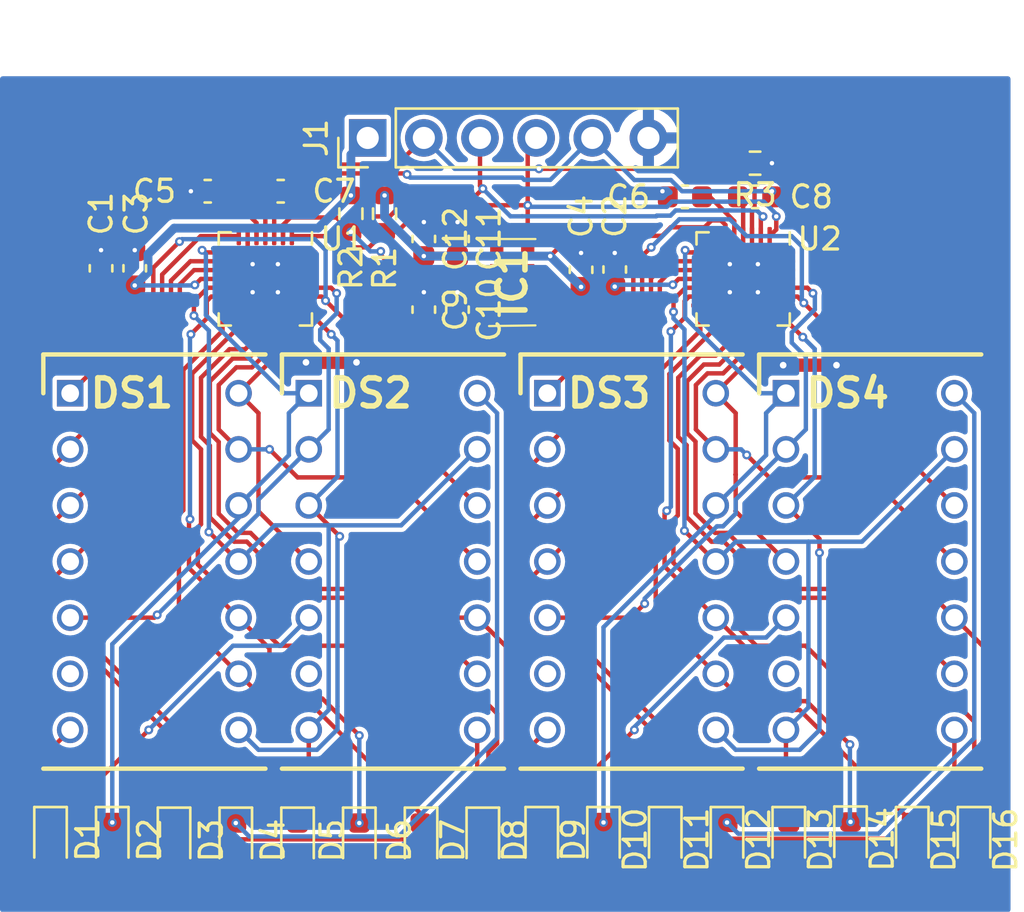
<source format=kicad_pcb>
(kicad_pcb (version 20221018) (generator pcbnew)
  (layers (0 "F.Cu" signal) (31 "B.Cu" signal) (34 "B.Paste" user) (35 "F.Paste" user) (36 "B.SilkS" user "B.Silkscreen") (37 "F.SilkS" user "F.Silkscreen") (38 "B.Mask" user) (39 "F.Mask" user) (44 "Edge.Cuts" user))
  (net 0 "")
  (net 1 "GND")
  (net 2 "+3V3")
  (net 3 "Net-(U1-C_FILT)")
  (net 4 "Net-(U2-C_FILT)")
  (net 5 "AUDIO")
  (net 6 "Net-(U1-IN)")
  (net 7 "Net-(U2-IN)")
  (net 8 "U1C2")
  (net 9 "U1R1")
  (net 10 "U1R3")
  (net 11 "U1R4")
  (net 12 "U1C1")
  (net 14 "U1C3")
  (net 15 "U1R7")
  (net 16 "U1R6")
  (net 17 "U1R5")
  (net 18 "U1R2")
  (net 19 "U1C4")
  (net 21 "U1C7")
  (net 22 "U1C6")
  (net 23 "U1C5")
  (net 24 "U2C2")
  (net 25 "U2R1")
  (net 26 "U2R3")
  (net 27 "U2R4")
  (net 28 "U2C1")
  (net 30 "U2C3")
  (net 31 "U2R7")
  (net 32 "U2R6")
  (net 33 "U2R5")
  (net 34 "U2R2")
  (net 35 "U2C4")
  (net 37 "U2C7")
  (net 38 "U2C6")
  (net 39 "U2C5")
  (net 40 "SDA")
  (net 41 "SCL")
  (net 42 "SDB")
  (net 43 "U1R8")
  (net 44 "U1C8")
  (net 45 "U2R8")
  (net 46 "U2C8")
  (net 47 "Net-(IC1-LED_A)")
  (net 48 "Net-(IC1-LDR)")
  (footprint "Capacitor_SMD:C_0603_1608Metric" (layer "F.Cu") (at 43.688 56.261)
    (fp_text reference "C5")
    (fp_text value "0.1uF")
  )
  (footprint "Capacitor_SMD:C_0603_1608Metric" (layer "F.Cu") (at 54.988 58.422 -90)
    (fp_text reference "C11")
    (fp_text value "100nF")
  )
  (footprint "Capacitor_SMD:C_0603_1608Metric" (layer "F.Cu") (at 65.278 56.515)
    (fp_text reference "C6")
    (fp_text value "0.1uF")
  )
  (footprint "LED_SMD:LED_0603_1608Metric" (layer "F.Cu") (at 56.134 85.649 -90)
    (fp_text reference "D8")
    (fp_text value "LED")
  )
  (footprint "LED_SMD:LED_0603_1608Metric" (layer "F.Cu") (at 47.752 85.649 -90)
    (fp_text reference "D5")
    (fp_text value "LED")
  )
  (footprint "LED_SMD:LED_0603_1608Metric" (layer "F.Cu") (at 61.595 85.6235 -90)
    (fp_text reference "D10")
    (fp_text value "LED")
  )
  (footprint "Connector_PinHeader_2.54mm:PinHeader_1x06_P2.54mm_Vertical" (layer "F.Cu") (at 50.927 53.848 90)
    (fp_text reference "J1")
    (fp_text value "Conn_01x07_Pin")
  )
  (footprint "Capacitor_SMD:C_0603_1608Metric" (layer "F.Cu") (at 68.453 56.515 180)
    (fp_text reference "C8")
    (fp_text value "0.1uF")
  )
  (footprint "Capacitor_SMD:C_0603_1608Metric" (layer "F.Cu") (at 40.386 59.75 -90)
    (fp_text reference "C3")
    (fp_text value "0.1uF")
  )
  (footprint "LED_SMD:LED_0603_1608Metric" (layer "F.Cu") (at 42.164 85.649 -90)
    (fp_text reference "D3")
    (fp_text value "LED")
  )
  (footprint "Capacitor_SMD:C_0603_1608Metric" (layer "F.Cu") (at 54.988 61.621 -90)
    (fp_text reference "C10")
    (fp_text value "4.7uF")
  )
  (footprint "LED_SMD:LED_0603_1608Metric" (layer "F.Cu") (at 72.771 85.598 -90)
    (fp_text reference "D14")
    (fp_text value "LED")
  )
  (footprint "Capacitor_SMD:C_0603_1608Metric" (layer "F.Cu") (at 46.99 56.261 180)
    (fp_text reference "C7")
    (fp_text value "0.1uF")
  )
  (footprint "LED_SMD:LED_0603_1608Metric" (layer "F.Cu") (at 44.958 85.649 -90)
    (fp_text reference "D4")
    (fp_text value "LED")
  )
  (footprint "Custom_footprints:DIPS762W50P254L1850H400Q14N" (layer "F.Cu") (at 37.465 65.405)
    (fp_text reference "DS1")
    (fp_text value "LTP-305G" hide)
  )
  (footprint "Capacitor_SMD:C_0603_1608Metric" (layer "F.Cu") (at 60.579 59.817 -90)
    (fp_text reference "C4")
    (fp_text value "0.1uF")
  )
  (footprint "Capacitor_SMD:C_0603_1608Metric" (layer "F.Cu") (at 62.103 59.804 -90)
    (fp_text reference "C2")
    (fp_text value "1uF")
  )
  (footprint "LED_SMD:LED_0603_1608Metric" (layer "F.Cu") (at 39.37 85.6235 -90)
    (fp_text reference "D2")
    (fp_text value "LED")
  )
  (footprint "Custom_footprints:SFH7776" (layer "F.Cu") (at 57.466 60.394 90)
    (fp_text reference "IC1")
    (fp_text value "SFH_7776" hide)
  )
  (footprint "Custom_footprints:DIPS762W50P254L1850H400Q14N" (layer "F.Cu") (at 48.26 65.405)
    (fp_text reference "DS2")
    (fp_text value "LTP-305G" hide)
  )
  (footprint "LED_SMD:LED_0603_1608Metric" (layer "F.Cu") (at 78.359 85.6235 -90)
    (fp_text reference "D16")
    (fp_text value "LED")
  )
  (footprint "Resistor_SMD:R_0603_1608Metric" (layer "F.Cu") (at 68.453 54.991 180)
    (fp_text reference "R3")
    (fp_text value "100k")
  )
  (footprint "Capacitor_SMD:C_0603_1608Metric" (layer "F.Cu") (at 53.464 58.422 -90)
    (fp_text reference "C12")
    (fp_text value "1uF")
  )
  (footprint "LED_SMD:LED_0603_1608Metric" (layer "F.Cu") (at 58.801 85.6235 -90)
    (fp_text reference "D9")
    (fp_text value "LED")
  )
  (footprint "Custom_footprints:DIPS762W50P254L1850H400Q14N" (layer "F.Cu") (at 59.055 65.405)
    (fp_text reference "DS3")
    (fp_text value "LTP-305G" hide)
  )
  (footprint "Package_DFN_QFN:QFN-28-1EP_4x4mm_P0.4mm_EP2.3x2.3mm" (layer "F.Cu") (at 46.295 60.2305 -90)
    (fp_text reference "U1")
    (fp_text value "IS31FL3730-QF")
  )
  (footprint "Capacitor_SMD:C_0603_1608Metric" (layer "F.Cu") (at 38.862 59.75 -90)
    (fp_text reference "C1")
    (fp_text value "1uF")
  )
  (footprint "Resistor_SMD:R_0603_1608Metric" (layer "F.Cu") (at 51.689 57.277 90)
    (fp_text reference "R1")
    (fp_text value "4.7k")
  )
  (footprint "LED_SMD:LED_0603_1608Metric" (layer "F.Cu") (at 53.34 85.649 -90)
    (fp_text reference "D7")
    (fp_text value "LED")
  )
  (footprint "Package_DFN_QFN:QFN-28-1EP_4x4mm_P0.4mm_EP2.3x2.3mm" (layer "F.Cu") (at 67.9125 60.2305 -90)
    (fp_text reference "U2")
    (fp_text value "IS31FL3730-QF")
  )
  (footprint "LED_SMD:LED_0603_1608Metric" (layer "F.Cu") (at 75.565 85.6235 -90)
    (fp_text reference "D15")
    (fp_text value "LED")
  )
  (footprint "Capacitor_SMD:C_0603_1608Metric" (layer "F.Cu") (at 53.464 61.621 -90)
    (fp_text reference "C9")
    (fp_text value "100nF")
  )
  (footprint "LED_SMD:LED_0603_1608Metric" (layer "F.Cu") (at 69.977 85.6235 -90)
    (fp_text reference "D13")
    (fp_text value "LED")
  )
  (footprint "Resistor_SMD:R_0603_1608Metric" (layer "F.Cu") (at 50.165 57.277 90)
    (fp_text reference "R2")
    (fp_text value "4.7k")
  )
  (footprint "Custom_footprints:DIPS762W50P254L1850H400Q14N" (layer "F.Cu") (at 69.85 65.405)
    (fp_text reference "DS4")
    (fp_text value "LTP-305G" hide)
  )
  (footprint "LED_SMD:LED_0603_1608Metric" (layer "F.Cu") (at 50.546 85.649 -90)
    (fp_text reference "D6")
    (fp_text value "LED")
  )
  (footprint "LED_SMD:LED_0603_1608Metric" (layer "F.Cu") (at 36.576 85.6235 -90)
    (fp_text reference "D1")
    (fp_text value "LED")
  )
  (footprint "LED_SMD:LED_0603_1608Metric" (layer "F.Cu") (at 64.389 85.6235 -90)
    (fp_text reference "D11")
    (fp_text value "LED")
  )
  (footprint "LED_SMD:LED_0603_1608Metric" (layer "F.Cu") (at 67.183 85.6235 -90)
    (fp_text reference "D12")
    (fp_text value "LED")
  )
  (segment (start 56.733 60.846) (end 56.766 60.879) (width 0.2) (layer "F.Cu") (net 1))
  (segment (start 54.988 60.846) (end 54.991 60.833) (width 0.2) (layer "F.Cu") (net 1))
  (segment (start 45.473 59.563) (end 45.72 59.563) (width 0.2) (layer "F.Cu") (net 1))
  (segment (start 45.72 59.563) (end 45.72 59.81) (width 0.2) (layer "F.Cu") (net 1))
  (segment (start 62.09 59.042) (end 62.077 59.055) (width 0.4) (layer "F.Cu") (net 1))
  (segment (start 54.98 57.647) (end 54.991 57.658) (width 0.4) (layer "F.Cu") (net 1))
  (segment (start 54.991 60.833) (end 56.733 60.846) (width 0.2) (layer "F.Cu") (net 1))
  (segment (start 53.464 57.647) (end 54.98 57.647) (width 0.4) (layer "F.Cu") (net 1))
  (segment (start 47.095 62.3225) (end 47.095 61.185) (width 0.2) (layer "F.Cu") (net 1))
  (segment (start 45.495 59.585) (end 45.473 59.563) (width 0.2) (layer "F.Cu") (net 1))
  (segment (start 45.495 58.4475) (end 45.495 59.585) (width 0.2) (layer "F.Cu") (net 1))
  (segment (start 46.863 60.706) (end 46.616 60.706) (width 0.2) (layer "F.Cu") (net 1))
  (segment (start 62.103 59.055) (end 62.103 59.029) (width 0.4) (layer "F.Cu") (net 1))
  (segment (start 53.467 60.833) (end 54.991 60.833) (width 0.4) (layer "F.Cu") (net 1))
  (segment (start 38.862 58.928) (end 40.386 58.928) (width 0.4) (layer "F.Cu") (net 1))
  (segment (start 69.723 64.135) (end 72.136 64.135) (width 0.6) (layer "F.Cu") (net 1))
  (segment (start 62.077 59.055) (end 62.103 59.055) (width 0.4) (layer "F.Cu") (net 1))
  (segment (start 46.863 60.953) (end 46.863 60.706) (width 0.2) (layer "F.Cu") (net 1))
  (segment (start 45.72 59.81) (end 46.295 60.385) (width 0.2) (layer "F.Cu") (net 1))
  (segment (start 68.515 60.833) (end 67.9125 60.2305) (width 0.2) (layer "F.Cu") (net 1))
  (segment (start 68.7125 62.168) (end 68.7125 61.0305) (width 0.2) (layer "F.Cu") (net 1))
  (segment (start 46.616 60.706) (end 46.295 60.385) (width 0.2) (layer "F.Cu") (net 1))
  (segment (start 68.7125 61.0305) (end 68.58 60.898) (width 0.2) (layer "F.Cu") (net 1))
  (segment (start 68.58 60.833) (end 68.515 60.833) (width 0.2) (layer "F.Cu") (net 1))
  (segment (start 48.133 64.008) (end 50.419 64.008) (width 0.6) (layer "F.Cu") (net 1))
  (segment (start 62.103 59.029) (end 62.103 59.029) (width 0.4) (layer "F.Cu") (net 1))
  (segment (start 68.58 60.898) (end 68.58 60.833) (width 0.2) (layer "F.Cu") (net 1))
  (via (at 69.723 64.135) (size 0.6) (drill 0.3) (layers "F.Cu" "B.Cu") (net 1))
  (via (at 72.136 64.135) (size 0.6) (drill 0.3) (layers "F.Cu" "B.Cu") (net 1))
  (via (at 69.215 54.991) (size 0.4) (drill 0.2) (layers "F.Cu" "B.Cu") (net 1))
  (via (at 53.467 57.658) (size 0.4) (drill 0.2) (layers "F.Cu" "B.Cu") (net 1))
  (via (at 64.262 56.261) (size 0.4) (drill 0.2) (layers "F.Cu" "B.Cu") (net 1))
  (via (at 53.467 60.833) (size 0.4) (drill 0.2) (layers "F.Cu" "B.Cu") (net 1))
  (via (at 60.579 59.055) (size 0.4) (drill 0.2) (layers "F.Cu" "B.Cu") (net 1))
  (via (at 50.419 64.008) (size 0.6) (drill 0.3) (layers "F.Cu" "B.Cu") (net 1))
  (via (at 46.863 59.563) (size 0.4) (drill 0.2) (layers "F.Cu" "B.Cu") (net 1))
  (via (at 42.926 56.261) (size 0.4) (drill 0.2) (layers "F.Cu" "B.Cu") (net 1))
  (via (at 54.991 57.658) (size 0.4) (drill 0.2) (layers "F.Cu" "B.Cu") (net 1))
  (via (at 40.386 58.928) (size 0.4) (drill 0.2) (layers "F.Cu" "B.Cu") (net 1))
  (via (at 68.58 60.833) (size 0.4) (drill 0.2) (layers "F.Cu" "B.Cu") (net 1))
  (via (at 67.31 59.563) (size 0.4) (drill 0.2) (layers "F.Cu" "B.Cu") (net 1))
  (via (at 46.863 60.833) (size 0.4) (drill 0.2) (layers "F.Cu" "B.Cu") (net 1))
  (via (at 48.133 64.008) (size 0.6) (drill 0.3) (layers "F.Cu" "B.Cu") (net 1))
  (via (at 62.103 59.055) (size 0.4) (drill 0.2) (layers "F.Cu" "B.Cu") (net 1))
  (via (at 45.72 60.833) (size 0.4) (drill 0.2) (layers "F.Cu" "B.Cu") (net 1))
  (via (at 68.58 59.563) (size 0.4) (drill 0.2) (layers "F.Cu" "B.Cu") (net 1))
  (via (at 54.991 60.833) (size 0.4) (drill 0.2) (layers "F.Cu" "B.Cu") (net 1))
  (via (at 67.31 60.833) (size 0.4) (drill 0.2) (layers "F.Cu" "B.Cu") (net 1))
  (via (at 38.862 58.928) (size 0.4) (drill 0.2) (layers "F.Cu" "B.Cu") (net 1))
  (via (at 45.72 59.563) (size 0.4) (drill 0.2) (layers "F.Cu" "B.Cu") (net 1))
  (segment (start 60.102 58.279) (end 64.248 58.279) (width 0.2) (layer "F.Cu") (net 2))
  (segment (start 64.995439 60.2305) (end 64.732402 60.493537) (width 0.2) (layer "F.Cu") (net 2))
  (segment (start 66.907475 57.5805) (end 67.1125 57.785525) (width 0.2) (layer "F.Cu") (net 2))
  (segment (start 64.634 57.893) (end 66.167 57.893) (width 0.2) (layer "F.Cu") (net 2))
  (segment (start 43.377938 60.2305) (end 43.104719 60.503719) (width 0.2) (layer "F.Cu") (net 2))
  (segment (start 40.326 60.525) (end 38.802 60.525) (width 0.4) (layer "F.Cu") (net 2))
  (segment (start 40.399 60.512) (end 40.386 60.525) (width 0.2) (layer "F.Cu") (net 2))
  (segment (start 44.3575 60.2305) (end 43.377938 60.2305) (width 0.2) (layer "F.Cu") (net 2))
  (segment (start 59.184 59.197) (end 60.102 58.279) (width 0.2) (layer "F.Cu") (net 2))
  (segment (start 54.988 59.197) (end 56.508 59.197) (width 0.2) (layer "F.Cu") (net 2))
  (segment (start 62.09 60.592) (end 62.103 60.579) (width 0.4) (layer "F.Cu") (net 2))
  (segment (start 56.508 59.197) (end 56.766 58.939) (width 0.2) (layer "F.Cu") (net 2))
  (segment (start 53.464 59.197) (end 54.988 59.197) (width 0.4) (layer "F.Cu") (net 2))
  (segment (start 64.248 58.279) (end 64.634 57.893) (width 0.2) (layer "F.Cu") (net 2))
  (segment (start 66.4795 57.5805) (end 66.907475 57.5805) (width 0.2) (layer "F.Cu") (net 2))
  (segment (start 67.1125 57.785525) (end 67.1125 58.293) (width 0.2) (layer "F.Cu") (net 2))
  (segment (start 51.689 56.452) (end 50.165 56.452) (width 0.4) (layer "F.Cu") (net 2))
  (segment (start 38.802 60.585) (end 38.862 60.525) (width 0.2) (layer "F.Cu") (net 2))
  (segment (start 66.167 57.893) (end 66.4795 57.5805) (width 0.2) (layer "F.Cu") (net 2))
  (segment (start 54.99 59.195) (end 54.988 59.197) (width 0.2) (layer "F.Cu") (net 2))
  (segment (start 60.579 60.592) (end 62.09 60.592) (width 0.4) (layer "F.Cu") (net 2))
  (segment (start 65.975 60.2305) (end 64.995439 60.2305) (width 0.2) (layer "F.Cu") (net 2))
  (via (at 59.184 59.197) (size 0.4) (drill 0.2) (layers "F.Cu" "B.Cu") (net 2))
  (via (at 64.732402 60.493537) (size 0.4) (drill 0.2) (layers "F.Cu" "B.Cu") (net 2))
  (via (at 62.103 60.579) (size 0.4) (drill 0.2) (layers "F.Cu" "B.Cu") (net 2))
  (via (at 53.464 59.197) (size 0.4) (drill 0.2) (layers "F.Cu" "B.Cu") (net 2))
  (via (at 51.689 56.452) (size 0.4) (drill 0.2) (layers "F.Cu" "B.Cu") (net 2))
  (via (at 50.165 56.452) (size 0.4) (drill 0.2) (layers "F.Cu" "B.Cu") (net 2))
  (via (at 40.386 60.525) (size 0.4) (drill 0.2) (layers "F.Cu" "B.Cu") (net 2))
  (via (at 60.579 60.592) (size 0.4) (drill 0.2) (layers "F.Cu" "B.Cu") (net 2))
  (via (at 43.104719 60.503719) (size 0.4) (drill 0.2) (layers "F.Cu" "B.Cu") (net 2))
  (segment (start 50.165 56.452) (end 48.686 57.931) (width 0.4) (layer "B.Cu") (net 2))
  (segment (start 50.165 56.452) (end 50.165 54.61) (width 0.4) (layer "B.Cu") (net 2))
  (segment (start 59.184 59.197) (end 60.579 60.592) (width 0.4) (layer "B.Cu") (net 2))
  (segment (start 50.165 54.61) (end 50.927 53.848) (width 0.4) (layer "B.Cu") (net 2))
  (segment (start 43.104719 60.503719) (end 43.083438 60.525) (width 0.2) (layer "B.Cu") (net 2))
  (segment (start 40.986 59.925) (end 40.386 60.525) (width 0.4) (layer "B.Cu") (net 2))
  (segment (start 53.464 59.197) (end 59.184 59.197) (width 0.4) (layer "B.Cu") (net 2))
  (segment (start 48.686 57.931) (end 42.171964 57.931) (width 0.4) (layer "B.Cu") (net 2))
  (segment (start 62.188463 60.493537) (end 62.103 60.579) (width 0.2) (layer "B.Cu") (net 2))
  (segment (start 51.689 57.422) (end 51.689 56.452) (width 0.4) (layer "B.Cu") (net 2))
  (segment (start 64.732402 60.493537) (end 62.188463 60.493537) (width 0.2) (layer "B.Cu") (net 2))
  (segment (start 53.464 59.197) (end 51.689 57.422) (width 0.4) (layer "B.Cu") (net 2))
  (segment (start 43.083438 60.525) (end 40.386 60.525) (width 0.2) (layer "B.Cu") (net 2))
  (segment (start 42.171964 57.931) (end 40.986 59.116964) (width 0.4) (layer "B.Cu") (net 2))
  (segment (start 40.986 59.116964) (end 40.986 59.925) (width 0.4) (layer "B.Cu") (net 2))
  (segment (start 45.895 57.693) (end 44.463 56.261) (width 0.2) (layer "F.Cu") (net 3))
  (segment (start 45.895 58.293) (end 45.895 57.693) (width 0.2) (layer "F.Cu") (net 3))
  (segment (start 66.407661 56.515) (end 66.053 56.515) (width 0.2) (layer "F.Cu") (net 4))
  (segment (start 67.5125 58.293) (end 67.5125 57.619839) (width 0.2) (layer "F.Cu") (net 4))
  (segment (start 67.5125 57.619839) (end 66.407661 56.515) (width 0.2) (layer "F.Cu") (net 4))
  (segment (start 47.765 56.261) (end 48.5715 55.4545) (width 0.2) (layer "F.Cu") (net 5))
  (segment (start 69.228 56.515) (end 69.228 56.274) (width 0.2) (layer "F.Cu") (net 5))
  (segment (start 48.5715 55.4545) (end 52.6605 55.4545) (width 0.2) (layer "F.Cu") (net 5))
  (segment (start 69.228 56.274) (end 69.215 56.261) (width 0.2) (layer "F.Cu") (net 5))
  (segment (start 52.6605 55.4545) (end 52.705 55.499) (width 0.2) (layer "F.Cu") (net 5))
  (via (at 52.705 55.499) (size 0.4) (drill 0.2) (layers "F.Cu" "B.Cu") (net 5))
  (via (at 69.215 56.261) (size 0.4) (drill 0.2) (layers "F.Cu" "B.Cu") (net 5))
  (segment (start 57.912 55.645) (end 52.851 55.645) (width 0.2) (layer "B.Cu") (net 5))
  (segment (start 58.012 55.745) (end 57.912 55.645) (width 0.2) (layer "B.Cu") (net 5))
  (segment (start 59.19 55.745) (end 58.012 55.745) (width 0.2) (layer "B.Cu") (net 5))
  (segment (start 62.992 55.753) (end 61.087 53.848) (width 0.2) (layer "B.Cu") (net 5))
  (segment (start 65.151 56.261) (end 64.643 55.753) (width 0.2) (layer "B.Cu") (net 5))
  (segment (start 69.215 56.261) (end 65.151 56.261) (width 0.2) (layer "B.Cu") (net 5))
  (segment (start 61.087 53.848) (end 59.19 55.745) (width 0.2) (layer "B.Cu") (net 5))
  (segment (start 52.851 55.645) (end 52.705 55.499) (width 0.2) (layer "B.Cu") (net 5))
  (segment (start 64.643 55.753) (end 62.992 55.753) (width 0.2) (layer "B.Cu") (net 5))
  (segment (start 46.295 58.293) (end 46.295 56.341) (width 0.2) (layer "F.Cu") (net 6))
  (segment (start 46.295 56.341) (end 46.215 56.261) (width 0.2) (layer "F.Cu") (net 6))
  (segment (start 67.9125 56.7495) (end 67.678 56.515) (width 0.2) (layer "F.Cu") (net 7))
  (segment (start 67.9125 58.293) (end 67.9125 56.7495) (width 0.2) (layer "F.Cu") (net 7))
  (segment (start 52.451 64.643) (end 52.451 67.183) (width 0.2) (layer "F.Cu") (net 8))
  (segment (start 42.411247 58.540246) (end 41.226 59.725493) (width 0.2) (layer "F.Cu") (net 8))
  (segment (start 48.8385 61.0305) (end 49.022 61.214) (width 0.2) (layer "F.Cu") (net 8))
  (segment (start 48.2325 61.0305) (end 48.8385 61.0305) (width 0.2) (layer "F.Cu") (net 8))
  (segment (start 52.451 67.183) (end 52.578 67.183) (width 0.2) (layer "F.Cu") (net 8))
  (segment (start 52.578 67.183) (end 55.88 70.485) (width 0.2) (layer "F.Cu") (net 8))
  (segment (start 41.226 59.725493) (end 41.226 61.644) (width 0.2) (layer "F.Cu") (net 8))
  (segment (start 41.226 61.644) (end 37.465 65.405) (width 0.2) (layer "F.Cu") (net 8))
  (segment (start 49.022 61.214) (end 52.451 64.643) (width 0.2) (layer "F.Cu") (net 8))
  (via (at 49.022 61.214) (size 0.4) (drill 0.2) (layers "F.Cu" "B.Cu") (net 8))
  (via (at 42.411247 58.540246) (size 0.4) (drill 0.2) (layers "F.Cu" "B.Cu") (net 8))
  (segment (start 48.768 58.674) (end 48.525 58.431) (width 0.2) (layer "B.Cu") (net 8))
  (segment (start 42.520493 58.431) (end 42.411247 58.540246) (width 0.2) (layer "B.Cu") (net 8))
  (segment (start 48.525 58.431) (end 42.520493 58.431) (width 0.2) (layer "B.Cu") (net 8))
  (segment (start 49.022 61.214) (end 49.022 58.928) (width 0.2) (layer "B.Cu") (net 8))
  (segment (start 49.022 58.928) (end 48.768 58.674) (width 0.2) (layer "B.Cu") (net 8))
  (segment (start 38.365 83.301) (end 41.019957 80.646043) (width 0.2) (layer "F.Cu") (net 9))
  (segment (start 41.626 63.599314) (end 37.465 67.760314) (width 0.2) (layer "F.Cu") (net 9))
  (segment (start 37.719 79.005) (end 38.365 79.651) (width 0.2) (layer "F.Cu") (net 9))
  (segment (start 37.465 67.760314) (end 37.465 67.945) (width 0.2) (layer "F.Cu") (net 9))
  (segment (start 38.365 79.651) (end 38.365 83.301) (width 0.2) (layer "F.Cu") (net 9))
  (segment (start 35.687 77.599793) (end 37.092207 79.005) (width 0.2) (layer "F.Cu") (net 9))
  (segment (start 38.365 83.301) (end 36.83 84.836) (width 0.2) (layer "F.Cu") (net 9))
  (segment (start 35.687 69.723) (end 35.687 77.599793) (width 0.2) (layer "F.Cu") (net 9))
  (segment (start 41.626 60.031893) (end 41.626 63.599314) (width 0.2) (layer "F.Cu") (net 9))
  (segment (start 45.095 58.293) (end 43.364893 58.293) (width 0.2) (layer "F.Cu") (net 9))
  (segment (start 37.465 67.945) (end 35.687 69.723) (width 0.2) (layer "F.Cu") (net 9))
  (segment (start 43.364893 58.293) (end 41.626 60.031893) (width 0.2) (layer "F.Cu") (net 9))
  (segment (start 37.092207 79.005) (end 37.719 79.005) (width 0.2) (layer "F.Cu") (net 9))
  (via (at 41.019957 80.646043) (size 0.4) (drill 0.2) (layers "F.Cu" "B.Cu") (net 9))
  (segment (start 44.831 76.835) (end 46.99 76.835) (width 0.2) (layer "B.Cu") (net 9))
  (segment (start 41.019957 80.646043) (end 44.831 76.835) (width 0.2) (layer "B.Cu") (net 9))
  (segment (start 46.99 76.835) (end 48.26 75.565) (width 0.2) (layer "B.Cu") (net 9))
  (segment (start 44.3575 59.4305) (end 42.905145 59.4305) (width 0.2) (layer "F.Cu") (net 10))
  (segment (start 36.165 71.785) (end 37.465 70.485) (width 0.2) (layer "F.Cu") (net 10))
  (segment (start 42.014371 63.776629) (end 41.764 64.027) (width 0.2) (layer "F.Cu") (net 10))
  (segment (start 41.764 66.186) (end 37.465 70.485) (width 0.2) (layer "F.Cu") (net 10))
  (segment (start 42.418 81.337686) (end 38.061314 76.981) (width 0.2) (layer "F.Cu") (net 10))
  (segment (start 37.042521 76.981) (end 36.165 76.103478) (width 0.2) (layer "F.Cu") (net 10))
  (segment (start 42.418 84.8615) (end 42.418 81.337686) (width 0.2) (layer "F.Cu") (net 10))
  (segment (start 36.165 76.103478) (end 36.165 71.785) (width 0.2) (layer "F.Cu") (net 10))
  (segment (start 42.418 84.8615) (end 43.1555 85.599) (width 0.2) (layer "F.Cu") (net 10))
  (segment (start 41.764 64.027) (end 41.764 66.186) (width 0.2) (layer "F.Cu") (net 10))
  (segment (start 55.88 83.784123) (end 55.88 80.645) (width 0.2) (layer "F.Cu") (net 10))
  (segment (start 42.905145 59.4305) (end 42.026 60.309646) (width 0.2) (layer "F.Cu") (net 10))
  (segment (start 42.026 63.776629) (end 42.014371 63.776629) (width 0.2) (layer "F.Cu") (net 10))
  (segment (start 42.026 60.309646) (end 42.026 63.776629) (width 0.2) (layer "F.Cu") (net 10))
  (segment (start 38.061314 76.981) (end 37.042521 76.981) (width 0.2) (layer "F.Cu") (net 10))
  (segment (start 43.1555 85.599) (end 54.065123 85.599) (width 0.2) (layer "F.Cu") (net 10))
  (segment (start 54.065123 85.599) (end 55.88 83.784123) (width 0.2) (layer "F.Cu") (net 10))
  (segment (start 42.426 63.942314) (end 42.164 64.204314) (width 0.2) (layer "F.Cu") (net 11))
  (segment (start 37.465 73.025) (end 36.565 73.925) (width 0.2) (layer "F.Cu") (net 11))
  (segment (start 42.426 60.475331) (end 42.426 63.942314) (width 0.2) (layer "F.Cu") (net 11))
  (segment (start 37.208207 76.581) (end 38.227 76.581) (width 0.2) (layer "F.Cu") (net 11))
  (segment (start 36.565 75.937793) (end 37.208207 76.581) (width 0.2) (layer "F.Cu") (net 11))
  (segment (start 44.3575 59.8305) (end 43.070831 59.8305) (width 0.2) (layer "F.Cu") (net 11))
  (segment (start 42.164 68.326) (end 37.465 73.025) (width 0.2) (layer "F.Cu") (net 11))
  (segment (start 43.070831 59.8305) (end 42.426 60.475331) (width 0.2) (layer "F.Cu") (net 11))
  (segment (start 45.212 83.566) (end 45.212 84.8615) (width 0.2) (layer "F.Cu") (net 11))
  (segment (start 42.164 64.204314) (end 42.164 68.326) (width 0.2) (layer "F.Cu") (net 11))
  (segment (start 36.565 73.925) (end 36.565 75.937793) (width 0.2) (layer "F.Cu") (net 11))
  (segment (start 38.227 76.581) (end 45.212 83.566) (width 0.2) (layer "F.Cu") (net 11))
  (via (at 44.958 84.8615) (size 0.4) (drill 0.2) (layers "F.Cu" "B.Cu") (net 11))
  (segment (start 56.78 66.305) (end 56.78 81.017793) (width 0.2) (layer "B.Cu") (net 11))
  (segment (start 55.88 65.405) (end 56.78 66.305) (width 0.2) (layer "B.Cu") (net 11))
  (segment (start 52.326793 85.471) (end 45.5675 85.471) (width 0.2) (layer "B.Cu") (net 11))
  (segment (start 56.78 81.017793) (end 52.326793 85.471) (width 0.2) (layer "B.Cu") (net 11))
  (segment (start 45.5675 85.471) (end 44.958 84.8615) (width 0.2) (layer "B.Cu") (net 11))
  (segment (start 49.270544 60.6305) (end 49.5215 60.881456) (width 0.2) (layer "F.Cu") (net 12))
  (segment (start 41.275 75.565) (end 37.465 75.565) (width 0.2) (layer "F.Cu") (net 12))
  (segment (start 48.2325 60.6305) (end 49.270544 60.6305) (width 0.2) (layer "F.Cu") (net 12))
  (segment (start 41.402 75.438) (end 41.275 75.565) (width 0.2) (layer "F.Cu") (net 12))
  (via (at 41.402 75.438) (size 0.4) (drill 0.2) (layers "F.Cu" "B.Cu") (net 12))
  (via (at 49.5215 60.881456) (size 0.4) (drill 0.2) (layers "F.Cu" "B.Cu") (net 12))
  (segment (start 45.336207 71.501) (end 44.196 72.641207) (width 0.2) (layer "B.Cu") (net 12))
  (segment (start 49.5215 61.785393) (end 48.776 62.530893) (width 0.2) (layer "B.Cu") (net 12))
  (segment (start 44.196 72.644) (end 41.402 75.438) (width 0.2) (layer "B.Cu") (net 12))
  (segment (start 49.16 63.384) (end 49.16 67.045) (width 0.2) (layer "B.Cu") (net 12))
  (segment (start 44.196 72.641207) (end 44.196 72.644) (width 0.2) (layer "B.Cu") (net 12))
  (segment (start 49.5215 60.881456) (end 49.5215 61.785393) (width 0.2) (layer "B.Cu") (net 12))
  (segment (start 45.341793 71.501) (end 45.336207 71.501) (width 0.2) (layer "B.Cu") (net 12))
  (segment (start 48.776 62.530893) (end 48.776 63) (width 0.2) (layer "B.Cu") (net 12))
  (segment (start 45.985 70.22) (end 45.985 70.857793) (width 0.2) (layer "B.Cu") (net 12))
  (segment (start 48.776 63) (end 49.16 63.384) (width 0.2) (layer "B.Cu") (net 12))
  (segment (start 49.16 67.045) (end 48.26 67.945) (width 0.2) (layer "B.Cu") (net 12))
  (segment (start 48.26 67.945) (end 45.985 70.22) (width 0.2) (layer "B.Cu") (net 12))
  (segment (start 45.985 70.857793) (end 45.341793 71.501) (width 0.2) (layer "B.Cu") (net 12))
  (segment (start 48.2325 61.4305) (end 48.2325 61.6945) (width 0.2) (layer "F.Cu") (net 14))
  (segment (start 49.6595 71.8845) (end 48.26 70.485) (width 0.2) (layer "F.Cu") (net 14))
  (segment (start 48.2325 61.6945) (end 49.276 62.738) (width 0.2) (layer "F.Cu") (net 14))
  (via (at 49.276 62.738) (size 0.4) (drill 0.2) (layers "F.Cu" "B.Cu") (net 14))
  (via (at 49.6595 71.8845) (size 0.4) (drill 0.2) (layers "F.Cu" "B.Cu") (net 14))
  (segment (start 45.985 81.545) (end 48.632793 81.545) (width 0.2) (layer "B.Cu") (net 14))
  (segment (start 45.085 80.645) (end 45.985 81.545) (width 0.2) (layer "B.Cu") (net 14))
  (segment (start 49.276 62.738) (end 49.56 63.022) (width 0.2) (layer "B.Cu") (net 14))
  (segment (start 49.56 69.185) (end 48.26 70.485) (width 0.2) (layer "B.Cu") (net 14))
  (segment (start 49.56 71.984) (end 49.6595 71.8845) (width 0.2) (layer "B.Cu") (net 14))
  (segment (start 49.56 63.022) (end 49.56 69.185) (width 0.2) (layer "B.Cu") (net 14))
  (segment (start 48.632793 81.545) (end 49.56 80.617793) (width 0.2) (layer "B.Cu") (net 14))
  (segment (start 49.56 79.579314) (end 49.56 71.984) (width 0.2) (layer "B.Cu") (net 14))
  (segment (start 49.56 80.617793) (end 49.56 79.579314) (width 0.2) (layer "B.Cu") (net 14))
  (segment (start 46.609 79.629) (end 48.516793 79.629) (width 0.2) (layer "F.Cu") (net 15))
  (segment (start 53.594 84.706207) (end 53.594 84.8615) (width 0.2) (layer "F.Cu") (net 15))
  (segment (start 42.3855 70.896105) (end 42.585 70.696605) (width 0.2) (layer "F.Cu") (net 15))
  (segment (start 44.3575 62.5765) (end 44.3575 61.4305) (width 0.2) (layer "F.Cu") (net 15))
  (segment (start 48.516793 79.629) (end 53.594 84.706207) (width 0.2) (layer "F.Cu") (net 15))
  (segment (start 45.085 78.105) (end 46.609 79.629) (width 0.2) (layer "F.Cu") (net 15))
  (segment (start 42.585 64.348999) (end 44.3575 62.5765) (width 0.2) (layer "F.Cu") (net 15))
  (segment (start 45.085 78.105) (end 42.3855 75.4055) (width 0.2) (layer "F.Cu") (net 15))
  (segment (start 42.3855 75.4055) (end 42.3855 70.896105) (width 0.2) (layer "F.Cu") (net 15))
  (segment (start 42.585 70.696605) (end 42.585 64.348999) (width 0.2) (layer "F.Cu") (net 15))
  (segment (start 46.482 78.936314) (end 46.574343 79.028657) (width 0.2) (layer "F.Cu") (net 16))
  (segment (start 46.482 76.962) (end 46.482 78.936314) (width 0.2) (layer "F.Cu") (net 16))
  (segment (start 42.8855 71.1605) (end 42.8855 71.103212) (width 0.2) (layer "F.Cu") (net 16))
  (segment (start 46.774686 79.229) (end 47.752 79.229) (width 0.2) (layer "F.Cu") (net 16))
  (segment (start 45.085 75.565) (end 42.840807 73.320807) (width 0.2) (layer "F.Cu") (net 16))
  (segment (start 43.850025 61.0305) (end 44.3575 61.0305) (width 0.2) (layer "F.Cu") (net 16))
  (segment (start 45.085 75.565) (end 46.482 76.962) (width 0.2) (layer "F.Cu") (net 16))
  (segment (start 48.876 79.229) (end 50.546 80.899) (width 0.2) (layer "F.Cu") (net 16))
  (segment (start 42.926 62.738) (end 43.645 62.019) (width 0.2) (layer "F.Cu") (net 16))
  (segment (start 46.574343 79.028657) (end 46.774686 79.229) (width 0.2) (layer "F.Cu") (net 16))
  (segment (start 43.645 62.019) (end 43.645 61.235525) (width 0.2) (layer "F.Cu") (net 16))
  (segment (start 43.645 61.235525) (end 43.850025 61.0305) (width 0.2) (layer "F.Cu") (net 16))
  (segment (start 47.752 79.229) (end 48.876 79.229) (width 0.2) (layer "F.Cu") (net 16))
  (segment (start 42.840807 71.205193) (end 42.8855 71.1605) (width 0.2) (layer "F.Cu") (net 16))
  (segment (start 42.840807 73.320807) (end 42.840807 71.205193) (width 0.2) (layer "F.Cu") (net 16))
  (via (at 50.546 80.899) (size 0.4) (drill 0.2) (layers "F.Cu" "B.Cu") (net 16))
  (via (at 42.926 62.738) (size 0.4) (drill 0.2) (layers "F.Cu" "B.Cu") (net 16))
  (via (at 50.546 84.8615) (size 0.4) (drill 0.2) (layers "F.Cu" "B.Cu") (net 16))
  (via (at 42.8855 71.103212) (size 0.4) (drill 0.2) (layers "F.Cu" "B.Cu") (net 16))
  (segment (start 50.546 84.8615) (end 50.546 80.899) (width 0.2) (layer "B.Cu") (net 16))
  (segment (start 42.8855 62.7785) (end 42.926 62.738) (width 0.2) (layer "B.Cu") (net 16))
  (segment (start 42.8855 71.103212) (end 42.8855 62.7785) (width 0.2) (layer "B.Cu") (net 16))
  (segment (start 48.26 84.3535) (end 48.26 80.645) (width 0.2) (layer "F.Cu") (net 17))
  (segment (start 43.740807 71.685686) (end 43.745686 71.685686) (width 0.2) (layer "F.Cu") (net 17))
  (segment (start 43.684339 60.6305) (end 43.06355 61.251289) (width 0.2) (layer "F.Cu") (net 17))
  (segment (start 43.06355 61.251289) (end 43.06355 61.89405) (width 0.2) (layer "F.Cu") (net 17))
  (segment (start 47.752 84.8615) (end 48.26 84.3535) (width 0.2) (layer "F.Cu") (net 17))
  (segment (start 43.745686 71.685686) (end 45.085 73.025) (width 0.2) (layer "F.Cu") (net 17))
  (segment (start 44.3575 60.6305) (end 43.684339 60.6305) (width 0.2) (layer "F.Cu") (net 17))
  (via (at 43.740807 71.685686) (size 0.4) (drill 0.2) (layers "F.Cu" "B.Cu") (net 17))
  (via (at 43.06355 61.89405) (size 0.4) (drill 0.2) (layers "F.Cu" "B.Cu") (net 17))
  (segment (start 43.06355 61.89405) (end 43.740807 62.571307) (width 0.2) (layer "B.Cu") (net 17))
  (segment (start 48.26 80.645) (end 49.16 79.745) (width 0.2) (layer "B.Cu") (net 17))
  (segment (start 49.16 79.745) (end 49.16 71.396) (width 0.2) (layer "B.Cu") (net 17))
  (segment (start 52.44 71.385) (end 55.88 67.945) (width 0.2) (layer "B.Cu") (net 17))
  (segment (start 49.16 71.396) (end 49.149 71.385) (width 0.2) (layer "B.Cu") (net 17))
  (segment (start 49.149 71.385) (end 52.44 71.385) (width 0.2) (layer "B.Cu") (net 17))
  (segment (start 45.085 73.025) (end 46.725 71.385) (width 0.2) (layer "B.Cu") (net 17))
  (segment (start 43.740807 62.571307) (end 43.740807 71.685686) (width 0.2) (layer "B.Cu") (net 17))
  (segment (start 46.725 71.385) (end 49.149 71.385) (width 0.2) (layer "B.Cu") (net 17))
  (segment (start 44.3575 59.0305) (end 43.5335 59.0305) (width 0.2) (layer "F.Cu") (net 18))
  (segment (start 43.5335 59.0305) (end 43.434 58.931) (width 0.2) (layer "F.Cu") (net 18))
  (via (at 43.434 58.931) (size 0.4) (drill 0.2) (layers "F.Cu" "B.Cu") (net 18))
  (via (at 39.37 84.836) (size 0.4) (drill 0.2) (layers "F.Cu" "B.Cu") (net 18))
  (segment (start 39.37 76.762893) (end 39.37 84.836) (width 0.2) (layer "B.Cu") (net 18))
  (segment (start 43.604719 59.101719) (end 43.604719 61.869533) (width 0.2) (layer "B.Cu") (net 18))
  (segment (start 47.36 68.21) (end 47.36 66.305) (width 0.2) (layer "B.Cu") (net 18))
  (segment (start 43.604719 61.869533) (end 47.140186 65.405) (width 0.2) (layer "B.Cu") (net 18))
  (segment (start 45.085 70.485) (end 47.36 68.21) (width 0.2) (layer "B.Cu") (net 18))
  (segment (start 45.085 70.485) (end 45.085 71.047893) (width 0.2) (layer "B.Cu") (net 18))
  (segment (start 47.140186 65.405) (end 48.26 65.405) (width 0.2) (layer "B.Cu") (net 18))
  (segment (start 45.085 71.047893) (end 39.37 76.762893) (width 0.2) (layer "B.Cu") (net 18))
  (segment (start 43.434 58.931) (end 43.604719 59.101719) (width 0.2) (layer "B.Cu") (net 18))
  (segment (start 47.36 66.305) (end 48.26 65.405) (width 0.2) (layer "B.Cu") (net 18))
  (segment (start 47.495 62.995) (end 45.085 65.405) (width 0.2) (layer "F.Cu") (net 19))
  (segment (start 45.985 70.75) (end 45.985 66.305) (width 0.2) (layer "F.Cu") (net 19))
  (segment (start 45.985 66.305) (end 45.085 65.405) (width 0.2) (layer "F.Cu") (net 19))
  (segment (start 48.26 73.025) (end 45.985 70.75) (width 0.2) (layer "F.Cu") (net 19))
  (segment (start 47.495 62.168) (end 47.495 62.995) (width 0.2) (layer "F.Cu") (net 19))
  (segment (start 45.379471 63.413471) (end 44.672365 63.413471) (width 0.2) (layer "F.Cu") (net 21))
  (segment (start 52.44 74.665) (end 55.88 78.105) (width 0.2) (layer "F.Cu") (net 21))
  (segment (start 43.385 67.376371) (end 43.785 67.776371) (width 0.2) (layer "F.Cu") (net 21))
  (segment (start 43.785 67.776371) (end 43.785 71.023479) (width 0.2) (layer "F.Cu") (net 21))
  (segment (start 44.672365 63.413471) (end 43.385 64.700837) (width 0.2) (layer "F.Cu") (net 21))
  (segment (start 43.785 71.023479) (end 44.886522 72.125) (width 0.2) (layer "F.Cu") (net 21))
  (segment (start 45.985 72.652207) (end 45.985 73.397793) (width 0.2) (layer "F.Cu") (net 21))
  (segment (start 47.252207 74.665) (end 52.44 74.665) (width 0.2) (layer "F.Cu") (net 21))
  (segment (start 44.886522 72.125) (end 45.457793 72.125) (width 0.2) (layer "F.Cu") (net 21))
  (segment (start 45.985 73.397793) (end 47.252207 74.665) (width 0.2) (layer "F.Cu") (net 21))
  (segment (start 45.895 62.168) (end 45.895 62.897942) (width 0.2) (layer "F.Cu") (net 21))
  (segment (start 43.385 64.700837) (end 43.385 67.376371) (width 0.2) (layer "F.Cu") (net 21))
  (segment (start 45.895 62.897942) (end 45.379471 63.413471) (width 0.2) (layer "F.Cu") (net 21))
  (segment (start 45.457793 72.125) (end 45.985 72.652207) (width 0.2) (layer "F.Cu") (net 21))
  (segment (start 46.385 73.232107) (end 47.417893 74.265) (width 0.2) (layer "F.Cu") (net 22))
  (segment (start 57.18 85.6445) (end 57.18 76.865) (width 0.2) (layer "F.Cu") (net 22))
  (segment (start 57.18 76.865) (end 55.88 75.565) (width 0.2) (layer "F.Cu") (net 22))
  (segment (start 50.8 86.4365) (end 53.594 86.4365) (width 0.4) (layer "F.Cu") (net 22))
  (segment (start 45.525471 63.833157) (end 44.818364 63.833157) (width 0.2) (layer "F.Cu") (net 22))
  (segment (start 35.801 82.309) (end 35.801 85.636) (width 0.2) (layer "F.Cu") (net 22))
  (segment (start 47.417893 74.265) (end 52.605686 74.265) (width 0.2) (layer "F.Cu") (net 22))
  (segment (start 44.818364 63.833157) (end 43.785 64.866522) (width 0.2) (layer "F.Cu") (net 22))
  (segment (start 48.006 86.4365) (end 50.8 86.4365) (width 0.4) (layer "F.Cu") (net 22))
  (segment (start 53.905686 75.565) (end 55.88 75.565) (width 0.2) (layer "F.Cu") (net 22))
  (segment (start 45.623478 71.725) (end 46.385 72.486522) (width 0.2) (layer "F.Cu") (net 22))
  (segment (start 46.295 62.168) (end 46.295 63.063628) (width 0.2) (layer "F.Cu") (net 22))
  (segment (start 46.295 63.063628) (end 45.525471 63.833157) (width 0.2) (layer "F.Cu") (net 22))
  (segment (start 44.185 70.857793) (end 45.052207 71.725) (width 0.2) (layer "F.Cu") (net 22))
  (segment (start 46.385 72.486522) (end 46.385 73.232107) (width 0.2) (layer "F.Cu") (net 22))
  (segment (start 56.388 86.4365) (end 57.18 85.6445) (width 0.2) (layer "F.Cu") (net 22))
  (segment (start 43.785 64.866522) (end 43.785 67.210686) (width 0.2) (layer "F.Cu") (net 22))
  (segment (start 42.418 86.4365) (end 45.212 86.4365) (width 0.4) (layer "F.Cu") (net 22))
  (segment (start 45.052207 71.725) (end 45.623478 71.725) (width 0.2) (layer "F.Cu") (net 22))
  (segment (start 45.212 86.4365) (end 48.006 86.4365) (width 0.4) (layer "F.Cu") (net 22))
  (segment (start 36.83 86.411) (end 39.624 86.411) (width 0.4) (layer "F.Cu") (net 22))
  (segment (start 44.185 67.610686) (end 44.185 70.857793) (width 0.2) (layer "F.Cu") (net 22))
  (segment (start 42.3925 86.411) (end 42.418 86.4365) (width 0.4) (layer "F.Cu") (net 22))
  (segment (start 39.624 86.411) (end 42.3925 86.411) (width 0.4) (layer "F.Cu") (net 22))
  (segment (start 52.605686 74.265) (end 53.905686 75.565) (width 0.2) (layer "F.Cu") (net 22))
  (segment (start 43.785 67.210686) (end 44.185 67.610686) (width 0.2) (layer "F.Cu") (net 22))
  (segment (start 37.465 80.645) (end 35.801 82.309) (width 0.2) (layer "F.Cu") (net 22))
  (segment (start 35.801 85.636) (end 36.576 86.411) (width 0.2) (layer "F.Cu") (net 22))
  (segment (start 53.594 86.4365) (end 56.388 86.4365) (width 0.4) (layer "F.Cu") (net 22))
  (segment (start 46.4845 67.945) (end 47.7545 69.215) (width 0.2) (layer "F.Cu") (net 23))
  (segment (start 47.7545 69.215) (end 52.07 69.215) (width 0.2) (layer "F.Cu") (net 23))
  (segment (start 45.691157 64.233157) (end 44.98405 64.233157) (width 0.2) (layer "F.Cu") (net 23))
  (segment (start 46.695 62.168) (end 46.695 63.229314) (width 0.2) (layer "F.Cu") (net 23))
  (segment (start 52.07 69.215) (end 55.88 73.025) (width 0.2) (layer "F.Cu") (net 23))
  (segment (start 44.185 65.032207) (end 44.185 67.045) (width 0.2) (layer "F.Cu") (net 23))
  (segment (start 44.185 67.045) (end 45.085 67.945) (width 0.2) (layer "F.Cu") (net 23))
  (segment (start 44.98405 64.233157) (end 44.185 65.032207) (width 0.2) (layer "F.Cu") (net 23))
  (segment (start 46.695 63.229314) (end 45.691157 64.233157) (width 0.2) (layer "F.Cu") (net 23))
  (via (at 46.4845 67.945) (size 0.4) (drill 0.2) (layers "F.Cu" "B.Cu") (net 23))
  (segment (start 45.085 67.945) (end 46.4845 67.945) (width 0.2) (layer "B.Cu") (net 23))
  (segment (start 73.914 64.572665) (end 73.914 66.929) (width 0.2) (layer "F.Cu") (net 24))
  (segment (start 73.914 66.929) (end 77.47 70.485) (width 0.2) (layer "F.Cu") (net 24))
  (segment (start 62.943 61.517) (end 62.943 60.96) (width 0.2) (layer "F.Cu") (net 24))
  (segment (start 70.657352 61.316017) (end 73.914 64.572665) (width 0.2) (layer "F.Cu") (net 24))
  (segment (start 62.943 59.738058) (end 62.943 59.596638) (width 0.2) (layer "F.Cu") (net 24))
  (segment (start 62.943 60.96) (end 62.943 59.738058) (width 0.2) (layer "F.Cu") (net 24))
  (segment (start 69.85 61.0305) (end 70.371835 61.0305) (width 0.2) (layer "F.Cu") (net 24))
  (segment (start 62.943 59.596638) (end 63.746319 58.793319) (width 0.2) (layer "F.Cu") (net 24))
  (segment (start 63.746319 58.793319) (end 63.754 58.801) (width 0.2) (layer "F.Cu") (net 24))
  (segment (start 59.055 65.405) (end 62.943 61.517) (width 0.2) (layer "F.Cu") (net 24))
  (segment (start 70.371835 61.0305) (end 70.657352 61.316017) (width 0.2) (layer "F.Cu") (net 24))
  (via (at 70.657352 61.316017) (size 0.4) (drill 0.2) (layers "F.Cu" "B.Cu") (net 24))
  (via (at 63.754 58.801) (size 0.4) (drill 0.2) (layers "F.Cu" "B.Cu") (net 24))
  (segment (start 70.56887 58.75787) (end 70.56887 61.227535) (width 0.2) (layer "B.Cu") (net 24))
  (segment (start 63.754 58.801) (end 65.024 57.531) (width 0.2) (layer "B.Cu") (net 24))
  (segment (start 67.31 57.531) (end 68.072 58.293) (width 0.2) (layer "B.Cu") (net 24))
  (segment (start 68.072 58.293) (end 70.104 58.293) (width 0.2) (layer "B.Cu") (net 24))
  (segment (start 65.024 57.531) (end 67.31 57.531) (width 0.2) (layer "B.Cu") (net 24))
  (segment (start 70.56887 61.227535) (end 70.657352 61.316017) (width 0.2) (layer "B.Cu") (net 24))
  (segment (start 59.055 65.532) (end 59.055 65.405) (width 0.2) (layer "B.Cu") (net 24))
  (segment (start 70.104 58.293) (end 70.56887 58.75787) (width 0.2) (layer "B.Cu") (net 24))
  (segment (start 66.7125 58.293) (end 65.09446 58.293) (width 0.2) (layer "F.Cu") (net 25))
  (segment (start 59.955 83.682) (end 58.801 84.836) (width 0.2) (layer "F.Cu") (net 25))
  (segment (start 63.343 60.044462) (end 63.343 63.504409) (width 0.2) (layer "F.Cu") (net 25))
  (segment (start 58.155 77.069165) (end 58.155 78.729) (width 0.2) (layer "F.Cu") (net 25))
  (segment (start 59.055 67.945) (end 57.355 69.645) (width 0.2) (layer "F.Cu") (net 25))
  (segment (start 59.955 80.021) (end 59.955 83.682) (width 0.2) (layer "F.Cu") (net 25))
  (segment (start 65.09446 58.293) (end 63.343 60.044462) (width 0.2) (layer "F.Cu") (net 25))
  (segment (start 58.155 78.729) (end 58.801 79.375) (width 0.2) (layer "F.Cu") (net 25))
  (segment (start 57.355 76.269165) (end 58.155 77.069165) (width 0.2) (layer "F.Cu") (net 25))
  (segment (start 57.355 69.645) (end 57.355 76.269165) (width 0.2) (layer "F.Cu") (net 25))
  (segment (start 58.801 79.375) (end 59.309 79.375) (width 0.2) (layer "F.Cu") (net 25))
  (segment (start 63.343 63.504409) (end 59.055 67.79241) (width 0.2) (layer "F.Cu") (net 25))
  (segment (start 59.055 67.79241) (end 59.055 67.945) (width 0.2) (layer "F.Cu") (net 25))
  (segment (start 59.955 83.682) (end 62.992 80.645) (width 0.2) (layer "F.Cu") (net 25))
  (segment (start 59.309 79.375) (end 59.955 80.021) (width 0.2) (layer "F.Cu") (net 25))
  (via (at 62.992 80.645) (size 0.4) (drill 0.2) (layers "F.Cu" "B.Cu") (net 25))
  (segment (start 62.992 80.645) (end 62.992 80.515207) (width 0.2) (layer "B.Cu") (net 25))
  (segment (start 68.95 76.465) (end 69.85 75.565) (width 0.2) (layer "B.Cu") (net 25))
  (segment (start 62.992 80.515207) (end 67.042207 76.465) (width 0.2) (layer "B.Cu") (net 25))
  (segment (start 67.042207 76.465) (end 68.95 76.465) (width 0.2) (layer "B.Cu") (net 25))
  (segment (start 63.743 63.670094) (end 63.375 64.038097) (width 0.2) (layer "F.Cu") (net 26))
  (segment (start 65.1265 85.5735) (end 64.389 84.836) (width 0.2) (layer "F.Cu") (net 26))
  (segment (start 76.036123 85.5735) (end 65.1265 85.5735) (width 0.2) (layer "F.Cu") (net 26))
  (segment (start 64.522646 59.4305) (end 63.743 60.210147) (width 0.2) (layer "F.Cu") (net 26))
  (segment (start 65.975 59.4305) (end 64.522646 59.4305) (width 0.2) (layer "F.Cu") (net 26))
  (segment (start 63.375001 66.164999) (end 59.055 70.485) (width 0.2) (layer "F.Cu") (net 26))
  (segment (start 77.47 80.645) (end 77.47 84.139623) (width 0.2) (layer "F.Cu") (net 26))
  (segment (start 58.516522 76.865) (end 59.974 76.865) (width 0.2) (layer "F.Cu") (net 26))
  (segment (start 57.755 76.103479) (end 58.516522 76.865) (width 0.2) (layer "F.Cu") (net 26))
  (segment (start 59.055 70.485) (end 57.755 71.785) (width 0.2) (layer "F.Cu") (net 26))
  (segment (start 59.974 76.865) (end 64.389 81.28) (width 0.2) (layer "F.Cu") (net 26))
  (segment (start 63.743 60.210147) (end 63.743 63.670094) (width 0.2) (layer "F.Cu") (net 26))
  (segment (start 64.389 81.28) (end 64.389 84.836) (width 0.2) (layer "F.Cu") (net 26))
  (segment (start 77.47 84.139623) (end 76.036123 85.5735) (width 0.2) (layer "F.Cu") (net 26))
  (segment (start 63.375 64.038097) (end 63.375001 66.164999) (width 0.2) (layer "F.Cu") (net 26))
  (segment (start 57.755 71.785) (end 57.755 76.103479) (width 0.2) (layer "F.Cu") (net 26))
  (segment (start 67.183 83.439) (end 67.183 84.836) (width 0.2) (layer "F.Cu") (net 27))
  (segment (start 64.143 63.835779) (end 63.775 64.203782) (width 0.2) (layer "F.Cu") (net 27))
  (segment (start 60.209 76.465) (end 67.183 83.439) (width 0.2) (layer "F.Cu") (net 27))
  (segment (start 58.682207 76.465) (end 60.209 76.465) (width 0.2) (layer "F.Cu") (net 27))
  (segment (start 64.143 60.375832) (end 64.143 63.835779) (width 0.2) (layer "F.Cu") (net 27))
  (segment (start 63.775 64.203782) (end 63.775 68.305) (width 0.2) (layer "F.Cu") (net 27))
  (segment (start 59.055 73.025) (end 58.155 73.925) (width 0.2) (layer "F.Cu") (net 27))
  (segment (start 63.775 68.305) (end 59.055 73.025) (width 0.2) (layer "F.Cu") (net 27))
  (segment (start 58.155 73.925) (end 58.155 75.937793) (width 0.2) (layer "F.Cu") (net 27))
  (segment (start 64.688332 59.8305) (end 64.143 60.375832) (width 0.2) (layer "F.Cu") (net 27))
  (segment (start 58.155 75.937793) (end 58.682207 76.465) (width 0.2) (layer "F.Cu") (net 27))
  (segment (start 65.975 59.8305) (end 64.688332 59.8305) (width 0.2) (layer "F.Cu") (net 27))
  (via (at 67.183 84.836) (size 0.4) (drill 0.2) (layers "F.Cu" "B.Cu") (net 27))
  (segment (start 78.37 66.305) (end 78.37 81.017793) (width 0.2) (layer "B.Cu") (net 27))
  (segment (start 67.691 85.344) (end 67.183 84.836) (width 0.2) (layer "B.Cu") (net 27))
  (segment (start 78.37 81.017793) (end 74.043793 85.344) (width 0.2) (layer "B.Cu") (net 27))
  (segment (start 74.043793 85.344) (end 67.691 85.344) (width 0.2) (layer "B.Cu") (net 27))
  (segment (start 77.47 65.405) (end 78.37 66.305) (width 0.2) (layer "B.Cu") (net 27))
  (segment (start 62.822657 75.565) (end 63.457657 74.93) (width 0.2) (layer "F.Cu") (net 28))
  (segment (start 69.85 60.6305) (end 70.819308 60.6305) (width 0.2) (layer "F.Cu") (net 28))
  (segment (start 70.819308 60.6305) (end 71.06887 60.880062) (width 0.2) (layer "F.Cu") (net 28))
  (segment (start 59.055 75.565) (end 62.822657 75.565) (width 0.2) (layer "F.Cu") (net 28))
  (via (at 71.06887 60.880062) (size 0.4) (drill 0.2) (layers "F.Cu" "B.Cu") (net 28))
  (via (at 63.457657 74.93) (size 0.4) (drill 0.2) (layers "F.Cu" "B.Cu") (net 28))
  (segment (start 63.457657 74.93) (end 63.457657 74.700293) (width 0.2) (layer "B.Cu") (net 28))
  (segment (start 67.575 70.857793) (end 67.575 70.22) (width 0.2) (layer "B.Cu") (net 28))
  (segment (start 71.157352 61.612541) (end 70.112 62.657893) (width 0.2) (layer "B.Cu") (net 28))
  (segment (start 70.112 62.657893) (end 70.112 63.116) (width 0.2) (layer "B.Cu") (net 28))
  (segment (start 66.729475 71.428475) (end 67.004318 71.428475) (width 0.2) (layer "B.Cu") (net 28))
  (segment (start 70.75 63.754) (end 70.75 67.045) (width 0.2) (layer "B.Cu") (net 28))
  (segment (start 71.157352 60.968544) (end 71.157352 61.612541) (width 0.2) (layer "B.Cu") (net 28))
  (segment (start 67.004318 71.428475) (end 67.575 70.857793) (width 0.2) (layer "B.Cu") (net 28))
  (segment (start 71.06887 60.880062) (end 71.157352 60.968544) (width 0.2) (layer "B.Cu") (net 28))
  (segment (start 67.575 70.22) (end 69.85 67.945) (width 0.2) (layer "B.Cu") (net 28))
  (segment (start 63.457657 74.700293) (end 66.729475 71.428475) (width 0.2) (layer "B.Cu") (net 28))
  (segment (start 70.75 67.045) (end 69.85 67.945) (width 0.2) (layer "B.Cu") (net 28))
  (segment (start 70.112 63.116) (end 70.75 63.754) (width 0.2) (layer "B.Cu") (net 28))
  (segment (start 71.3655 72.6245) (end 71.3655 72.0005) (width 0.2) (layer "F.Cu") (net 30))
  (segment (start 70.612 62.865) (end 69.85 62.103) (width 0.2) (layer "F.Cu") (net 30))
  (segment (start 69.85 62.103) (end 69.85 61.4305) (width 0.2) (layer "F.Cu") (net 30))
  (segment (start 71.3655 72.0005) (end 69.85 70.485) (width 0.2) (layer "F.Cu") (net 30))
  (via (at 71.3655 72.6245) (size 0.4) (drill 0.2) (layers "F.Cu" "B.Cu") (net 30))
  (via (at 70.612 62.865) (size 0.4) (drill 0.2) (layers "F.Cu" "B.Cu") (net 30))
  (segment (start 67.575 81.545) (end 70.474 81.545) (width 0.2) (layer "B.Cu") (net 30))
  (segment (start 70.474 81.545) (end 71.3655 80.6535) (width 0.2) (layer "B.Cu") (net 30))
  (segment (start 66.675 80.645) (end 67.575 81.545) (width 0.2) (layer "B.Cu") (net 30))
  (segment (start 71.15 69.185) (end 71.15 63.403) (width 0.2) (layer "B.Cu") (net 30))
  (segment (start 71.15 63.403) (end 70.612 62.865) (width 0.2) (layer "B.Cu") (net 30))
  (segment (start 69.85 70.485) (end 71.15 69.185) (width 0.2) (layer "B.Cu") (net 30))
  (segment (start 71.3655 80.6535) (end 71.3655 72.6245) (width 0.2) (layer "B.Cu") (net 30))
  (segment (start 65.975 62.569464) (end 64.175 64.369467) (width 0.2) (layer "F.Cu") (net 31))
  (segment (start 63.957157 70.519336) (end 63.957157 75.387157) (width 0.2) (layer "F.Cu") (net 31))
  (segment (start 63.957157 75.387157) (end 66.675 78.105) (width 0.2) (layer "F.Cu") (net 31))
  (segment (start 64.175 70.301493) (end 63.957157 70.519336) (width 0.2) (layer "F.Cu") (net 31))
  (segment (start 65.975 61.4305) (end 65.975 62.569464) (width 0.2) (layer "F.Cu") (net 31))
  (segment (start 66.675 78.105) (end 68.315 79.745) (width 0.2) (layer "F.Cu") (net 31))
  (segment (start 70.474 79.745) (end 75.565 84.836) (width 0.2) (layer "F.Cu") (net 31))
  (segment (start 64.175 64.369467) (end 64.175 70.301493) (width 0.2) (layer "F.Cu") (net 31))
  (segment (start 68.315 79.745) (end 70.474 79.745) (width 0.2) (layer "F.Cu") (net 31))
  (segment (start 66.675 75.565) (end 64.357657 73.247657) (width 0.2) (layer "F.Cu") (net 32))
  (segment (start 65.975 61.0305) (end 65.467525 61.0305) (width 0.2) (layer "F.Cu") (net 32))
  (segment (start 72.7432 81.3078) (end 70.7804 79.345) (width 0.2) (layer "F.Cu") (net 32))
  (segment (start 65.467525 61.0305) (end 65.2625 61.235525) (width 0.2) (layer "F.Cu") (net 32))
  (segment (start 65.2625 61.235525) (end 65.2625 61.9605) (width 0.2) (layer "F.Cu") (net 32))
  (segment (start 64.357657 73.247657) (end 64.357657 70.966658) (width 0.2) (layer "F.Cu") (net 32))
  (segment (start 68.1355 78.999814) (end 68.1355 77.0255) (width 0.2) (layer "F.Cu") (net 32))
  (segment (start 65.2625 61.9605) (end 65.278 61.976) (width 0.2) (layer "F.Cu") (net 32))
  (segment (start 64.357657 70.966658) (end 64.357657 70.825943) (width 0.2) (layer "F.Cu") (net 32))
  (segment (start 68.480686 79.345) (end 68.1355 78.999814) (width 0.2) (layer "F.Cu") (net 32))
  (segment (start 68.1355 77.0255) (end 66.675 75.565) (width 0.2) (layer "F.Cu") (net 32))
  (segment (start 65.278 61.976) (end 64.643 62.611) (width 0.2) (layer "F.Cu") (net 32))
  (segment (start 64.357657 70.825943) (end 64.457157 70.726443) (width 0.2) (layer "F.Cu") (net 32))
  (segment (start 70.7804 79.345) (end 68.480686 79.345) (width 0.2) (layer "F.Cu") (net 32))
  (via (at 72.771 84.8105) (size 0.4) (drill 0.2) (layers "F.Cu" "B.Cu") (net 32))
  (via (at 64.643 62.611) (size 0.4) (drill 0.2) (layers "F.Cu" "B.Cu") (net 32))
  (via (at 72.7432 81.3078) (size 0.4) (drill 0.2) (layers "F.Cu" "B.Cu") (net 32))
  (via (at 64.457157 70.726443) (size 0.4) (drill 0.2) (layers "F.Cu" "B.Cu") (net 32))
  (segment (start 64.457157 70.726443) (end 64.643 70.5406) (width 0.2) (layer "B.Cu") (net 32))
  (segment (start 64.643 70.5406) (end 64.643 62.611) (width 0.2) (layer "B.Cu") (net 32))
  (segment (start 72.7432 81.3078) (end 72.7432 84.7827) (width 0.2) (layer "B.Cu") (net 32))
  (segment (start 72.7432 84.7827) (end 72.771 84.8105) (width 0.2) (layer "B.Cu") (net 32))
  (segment (start 64.763 61.16934) (end 64.763 61.722) (width 0.2) (layer "F.Cu") (net 33))
  (segment (start 65.975 60.6305) (end 65.301839 60.6305) (width 0.2) (layer "F.Cu") (net 33))
  (segment (start 65.301839 60.6305) (end 64.763 61.16934) (width 0.2) (layer "F.Cu") (net 33))
  (segment (start 66.654157 73.025) (end 65.257157 71.628) (width 0.2) (layer "F.Cu") (net 33))
  (segment (start 69.977 84.836) (end 69.85 84.709) (width 0.2) (layer "F.Cu") (net 33))
  (segment (start 66.675 73.025) (end 66.654157 73.025) (width 0.2) (layer "F.Cu") (net 33))
  (segment (start 69.85 84.709) (end 69.85 80.645) (width 0.2) (layer "F.Cu") (net 33))
  (via (at 64.763 61.722) (size 0.4) (drill 0.2) (layers "F.Cu" "B.Cu") (net 33))
  (via (at 65.257157 71.628) (size 0.4) (drill 0.2) (layers "F.Cu" "B.Cu") (net 33))
  (segment (start 70.866 72.125) (end 73.29 72.125) (width 0.2) (layer "B.Cu") (net 33))
  (segment (start 67.575 72.125) (end 70.866 72.125) (width 0.2) (layer "B.Cu") (net 33))
  (segment (start 69.85 80.645) (end 70.866 79.629) (width 0.2) (layer "B.Cu") (net 33))
  (segment (start 66.675 73.025) (end 67.575 72.125) (width 0.2) (layer "B.Cu") (net 33))
  (segment (start 64.763 62.023893) (end 64.763 61.722) (width 0.2) (layer "B.Cu") (net 33))
  (segment (start 73.29 72.125) (end 77.47 67.945) (width 0.2) (layer "B.Cu") (net 33))
  (segment (start 70.866 79.629) (end 70.866 72.125) (width 0.2) (layer "B.Cu") (net 33))
  (segment (start 65.257157 71.628) (end 65.257157 62.51805) (width 0.2) (layer "B.Cu") (net 33))
  (segment (start 65.257157 62.51805) (end 64.763 62.023893) (width 0.2) (layer "B.Cu") (net 33))
  (segment (start 65.975 59.0305) (end 65.387189 59.0305) (width 0.2) (layer "F.Cu") (net 34))
  (segment (start 65.387189 59.0305) (end 65.287689 58.931) (width 0.2) (layer "F.Cu") (net 34))
  (via (at 61.595 84.836) (size 0.4) (drill 0.2) (layers "F.Cu" "B.Cu") (net 34))
  (via (at 65.287689 58.931) (size 0.4) (drill 0.2) (layers "F.Cu" "B.Cu") (net 34))
  (segment (start 69.85 65.405) (end 68.709793 65.405) (width 0.2) (layer "B.Cu") (net 34))
  (segment (start 68.95 66.305) (end 69.85 65.405) (width 0.2) (layer "B.Cu") (net 34))
  (segment (start 68.709793 65.405) (end 65.279396 61.974604) (width 0.2) (layer "B.Cu") (net 34))
  (segment (start 66.675 70.917264) (end 61.595 75.997264) (width 0.2) (layer "B.Cu") (net 34))
  (segment (start 66.675 70.485) (end 68.95 68.21) (width 0.2) (layer "B.Cu") (net 34))
  (segment (start 66.675 70.485) (end 66.675 70.917264) (width 0.2) (layer "B.Cu") (net 34))
  (segment (start 65.287689 61.966311) (end 65.287689 58.931) (width 0.2) (layer "B.Cu") (net 34))
  (segment (start 65.279396 61.974604) (end 65.287689 61.966311) (width 0.2) (layer "B.Cu") (net 34))
  (segment (start 61.595 75.997264) (end 61.595 84.836) (width 0.2) (layer "B.Cu") (net 34))
  (segment (start 68.95 68.21) (end 68.95 66.305) (width 0.2) (layer "B.Cu") (net 34))
  (segment (start 67.564 69.088) (end 67.575 69.099) (width 0.2) (layer "F.Cu") (net 35))
  (segment (start 67.575 69.077) (end 67.564 69.088) (width 0.2) (layer "F.Cu") (net 35))
  (segment (start 67.564 70.739) (end 69.85 73.025) (width 0.2) (layer "F.Cu") (net 35))
  (segment (start 67.575 66.305) (end 67.575 69.077) (width 0.2) (layer "F.Cu") (net 35))
  (segment (start 69.1125 62.9675) (end 66.675 65.405) (width 0.2) (layer "F.Cu") (net 35))
  (segment (start 67.575 69.099) (end 67.575 70.728) (width 0.2) (layer "F.Cu") (net 35))
  (segment (start 67.575 70.728) (end 67.564 70.739) (width 0.2) (layer "F.Cu") (net 35))
  (segment (start 66.675 65.405) (end 67.575 66.305) (width 0.2) (layer "F.Cu") (net 35))
  (segment (start 69.1125 62.168) (end 69.1125 62.9675) (width 0.2) (layer "F.Cu") (net 35))
  (segment (start 66.476521 72.125) (end 67.047793 72.125) (width 0.2) (layer "F.Cu") (net 37))
  (segment (start 67.5125 62.168) (end 67.5125 62.858814) (width 0.2) (layer "F.Cu") (net 37))
  (segment (start 65.357157 67.758528) (end 65.357157 71.005635) (width 0.2) (layer "F.Cu") (net 37))
  (segment (start 74.03 74.665) (end 77.47 78.105) (width 0.2) (layer "F.Cu") (net 37))
  (segment (start 67.5125 62.858814) (end 66.666314 63.705) (width 0.2) (layer "F.Cu") (net 37))
  (segment (start 67.575 72.652207) (end 67.575 73.268) (width 0.2) (layer "F.Cu") (net 37))
  (segment (start 67.047793 72.125) (end 67.575 72.652207) (width 0.2) (layer "F.Cu") (net 37))
  (segment (start 65.970835 63.705) (end 64.975 64.700837) (width 0.2) (layer "F.Cu") (net 37))
  (segment (start 68.972 74.665) (end 74.03 74.665) (width 0.2) (layer "F.Cu") (net 37))
  (segment (start 67.575 73.268) (end 68.972 74.665) (width 0.2) (layer "F.Cu") (net 37))
  (segment (start 64.975 64.700837) (end 64.975 67.376371) (width 0.2) (layer "F.Cu") (net 37))
  (segment (start 65.357157 71.005635) (end 66.476521 72.125) (width 0.2) (layer "F.Cu") (net 37))
  (segment (start 64.975 67.376371) (end 65.357157 67.758528) (width 0.2) (layer "F.Cu") (net 37))
  (segment (start 66.666314 63.705) (end 65.970835 63.705) (width 0.2) (layer "F.Cu") (net 37))
  (segment (start 79.134 77.229) (end 79.134 85.636) (width 0.2) (layer "F.Cu") (net 38))
  (segment (start 67.975 73.025) (end 69.215 74.265) (width 0.2) (layer "F.Cu") (net 38))
  (segment (start 69.977 86.411) (end 67.183 86.411) (width 0.4) (layer "F.Cu") (net 38))
  (segment (start 67.9125 62.168) (end 67.9125 63.0245) (width 0.2) (layer "F.Cu") (net 38))
  (segment (start 66.832 64.105) (end 66.136521 64.105) (width 0.2) (layer "F.Cu") (net 38))
  (segment (start 67.975 72.486522) (end 67.975 73.025) (width 0.2) (layer "F.Cu") (net 38))
  (segment (start 61.595 86.411) (end 58.801 86.411) (width 0.4) (layer "F.Cu") (net 38))
  (segment (start 65.375 64.866522) (end 65.375 67.210686) (width 0.2) (layer "F.Cu") (net 38))
  (segment (start 76.17 74.265) (end 77.47 75.565) (width 0.2) (layer "F.Cu") (net 38))
  (segment (start 66.642207 71.725) (end 67.213479 71.725) (width 0.2) (layer "F.Cu") (net 38))
  (segment (start 57.58 85.266) (end 57.58 82.12) (width 0.2) (layer "F.Cu") (net 38))
  (segment (start 70.0025 86.3855) (end 69.977 86.411) (width 0.4) (layer "F.Cu") (net 38))
  (segment (start 67.9125 63.0245) (end 66.832 64.105) (width 0.2) (layer "F.Cu") (net 38))
  (segment (start 65.375 67.210686) (end 65.757157 67.592843) (width 0.2) (layer "F.Cu") (net 38))
  (segment (start 61.595 86.411) (end 64.389 86.411) (width 0.4) (layer "F.Cu") (net 38))
  (segment (start 58.725 86.411) (end 57.58 85.266) (width 0.2) (layer "F.Cu") (net 38))
  (segment (start 65.757157 67.592843) (end 65.757157 70.83995) (width 0.2) (layer "F.Cu") (net 38))
  (segment (start 58.801 86.411) (end 58.725 86.411) (width 0.2) (layer "F.Cu") (net 38))
  (segment (start 72.7965 86.411) (end 72.771 86.3855) (width 0.4) (layer "F.Cu") (net 38))
  (segment (start 57.58 82.12) (end 59.055 80.645) (width 0.2) (layer "F.Cu") (net 38))
  (segment (start 72.771 86.3855) (end 70.0025 86.3855) (width 0.4) (layer "F.Cu") (net 38))
  (segment (start 69.215 74.265) (end 76.17 74.265) (width 0.2) (layer "F.Cu") (net 38))
  (segment (start 67.213479 71.725) (end 67.975 72.486522) (width 0.2) (layer "F.Cu") (net 38))
  (segment (start 77.47 75.565) (end 79.134 77.229) (width 0.2) (layer "F.Cu") (net 38))
  (segment (start 75.565 86.411) (end 72.7965 86.411) (width 0.4) (layer "F.Cu") (net 38))
  (segment (start 66.136521 64.105) (end 65.375 64.866522) (width 0.2) (layer "F.Cu") (net 38))
  (segment (start 65.757157 70.83995) (end 66.642207 71.725) (width 0.2) (layer "F.Cu") (net 38))
  (segment (start 64.389 86.411) (end 67.183 86.411) (width 0.4) (layer "F.Cu") (net 38))
  (segment (start 79.134 85.636) (end 78.359 86.411) (width 0.2) (layer "F.Cu") (net 38))
  (segment (start 78.359 86.411) (end 75.565 86.411) (width 0.4) (layer "F.Cu") (net 38))
  (segment (start 65.775 67.045) (end 66.675 67.945) (width 0.2) (layer "F.Cu") (net 39))
  (segment (start 68.3125 63.201814) (end 67.009314 64.505) (width 0.2) (layer "F.Cu") (net 39))
  (segment (start 67.009314 64.505) (end 66.302207 64.505) (width 0.2) (layer "F.Cu") (net 39))
  (segment (start 68.3125 62.168) (end 68.3125 63.201814) (width 0.2) (layer "F.Cu") (net 39))
  (segment (start 66.302207 64.505) (end 65.775 65.032207) (width 0.2) (layer "F.Cu") (net 39))
  (segment (start 68.0745 68.199) (end 69.0905 69.215) (width 0.2) (layer "F.Cu") (net 39))
  (segment (start 65.775 65.032207) (end 65.775 67.045) (width 0.2) (layer "F.Cu") (net 39))
  (segment (start 73.66 69.215) (end 77.47 73.025) (width 0.2) (layer "F.Cu") (net 39))
  (segment (start 69.0905 69.215) (end 73.66 69.215) (width 0.2) (layer "F.Cu") (net 39))
  (via (at 68.0745 68.199) (size 0.4) (drill 0.2) (layers "F.Cu" "B.Cu") (net 39))
  (segment (start 66.675 67.945) (end 67.8205 67.945) (width 0.2) (layer "B.Cu") (net 39))
  (segment (start 67.8205 67.945) (end 68.0745 68.199) (width 0.2) (layer "B.Cu") (net 39))
  (segment (start 69.1125 58.293) (end 69.411487 57.994013) (width 0.2) (layer "F.Cu") (net 40))
  (segment (start 58.166 58.939) (end 58.166 56.896) (width 0.2) (layer "F.Cu") (net 40))
  (segment (start 58.166 54.229) (end 58.547 53.848) (width 0.2) (layer "F.Cu") (net 40))
  (segment (start 50.989 58.802) (end 51.689 58.102) (width 0.2) (layer "F.Cu") (net 40))
  (segment (start 69.411487 57.994013) (end 69.411487 57.402571) (width 0.2) (layer "F.Cu") (net 40))
  (segment (start 58.166 56.896) (end 58.166 54.229) (width 0.2) (layer "F.Cu") (net 40))
  (segment (start 58.166 53.975) (end 58.293 53.848) (width 0.2) (layer "F.Cu") (net 40))
  (segment (start 52.689 57.674) (end 52.689 57.204538) (width 0.2) (layer "F.Cu") (net 40))
  (segment (start 47.495 58.293) (end 49.173893 58.293) (width 0.2) (layer "F.Cu") (net 40))
  (segment (start 49.173893 58.293) (end 49.682893 58.802) (width 0.2) (layer "F.Cu") (net 40))
  (segment (start 52.997538 56.896) (end 58.166 56.896) (width 0.2) (layer "F.Cu") (net 40))
  (segment (start 52.689 57.204538) (end 52.997538 56.896) (width 0.2) (layer "F.Cu") (net 40))
  (segment (start 58.23 53.911) (end 58.293 53.848) (width 0.4) (layer "F.Cu") (net 40))
  (segment (start 49.682893 58.802) (end 50.989 58.802) (width 0.2) (layer "F.Cu") (net 40))
  (segment (start 52.261 58.102) (end 52.689 57.674) (width 0.2) (layer "F.Cu") (net 40))
  (segment (start 51.689 58.102) (end 52.261 58.102) (width 0.2) (layer "F.Cu") (net 40))
  (via (at 58.166 56.896) (size 0.4) (drill 0.2) (layers "F.Cu" "B.Cu") (net 40))
  (via (at 69.411487 57.402571) (size 0.4) (drill 0.2) (layers "F.Cu" "B.Cu") (net 40))
  (segment (start 69.411487 57.299311) (end 68.843176 56.731) (width 0.2) (layer "B.Cu") (net 40))
  (segment (start 58.235315 56.965315) (end 58.166 56.896) (width 0.2) (layer "B.Cu") (net 40))
  (segment (start 64.692629 56.731) (end 64.458314 56.965315) (width 0.2) (layer "B.Cu") (net 40))
  (segment (start 69.411487 57.402571) (end 69.411487 57.299311) (width 0.2) (layer "B.Cu") (net 40))
  (segment (start 68.843176 56.731) (end 64.692629 56.731) (width 0.2) (layer "B.Cu") (net 40))
  (segment (start 64.458314 56.965315) (end 58.235315 56.965315) (width 0.2) (layer "B.Cu") (net 40))
  (segment (start 56.007 56.0175) (end 56.007 53.848) (width 0.2) (layer "F.Cu") (net 41))
  (segment (start 47.431525 57.449) (end 49.512 57.449) (width 0.2) (layer "F.Cu") (net 41))
  (segment (start 51.206893 57.402) (end 51.818 57.402) (width 0.2) (layer "F.Cu") (net 41))
  (segment (start 56.766 59.909) (end 56.591 60.084) (width 0.2) (layer "F.Cu") (net 41))
  (segment (start 52.448 60.084) (end 51.514644 59.150644) (width 0.2) (layer "F.Cu") (net 41))
  (segment (start 56.591 60.084) (end 52.448 60.084) (width 0.2) (layer "F.Cu") (net 41))
  (segment (start 51.921107 57.402) (end 52.827107 56.496) (width 0.2) (layer "F.Cu") (net 41))
  (segment (start 50.165 58.102) (end 50.506893 58.102) (width 0.2) (layer "F.Cu") (net 41))
  (segment (start 56.134 56.1445) (end 56.007 56.0175) (width 0.2) (layer "F.Cu") (net 41))
  (segment (start 51.818 57.402) (end 51.921107 57.402) (width 0.2) (layer "F.Cu") (net 41))
  (segment (start 55.479853 53.848) (end 55.753 53.848) (width 0.2) (layer "F.Cu") (net 41))
  (segment (start 68.7125 58.293) (end 68.7125 57.506431) (width 0.2) (layer "F.Cu") (net 41))
  (segment (start 51.818 57.402) (end 51.925853 57.402) (width 0.2) (layer "F.Cu") (net 41))
  (segment (start 49.512 57.449) (end 50.165 58.102) (width 0.2) (layer "F.Cu") (net 41))
  (segment (start 50.506893 58.102) (end 51.206893 57.402) (width 0.2) (layer "F.Cu") (net 41))
  (segment (start 55.7825 56.496) (end 56.134 56.1445) (width 0.2) (layer "F.Cu") (net 41))
  (segment (start 47.095 58.293) (end 47.095 57.785525) (width 0.2) (layer "F.Cu") (net 41))
  (segment (start 68.7125 57.506431) (end 68.812 57.406931) (width 0.2) (layer "F.Cu") (net 41))
  (segment (start 52.827107 56.496) (end 55.7825 56.496) (width 0.2) (layer "F.Cu") (net 41))
  (segment (start 51.514644 59.150644) (end 51.514644 58.982757) (width 0.2) (layer "F.Cu") (net 41))
  (segment (start 47.095 57.785525) (end 47.431525 57.449) (width 0.2) (layer "F.Cu") (net 41))
  (via (at 51.514644 58.982757) (size 0.4) (drill 0.2) (layers "F.Cu" "B.Cu") (net 41))
  (via (at 68.812 57.406931) (size 0.4) (drill 0.2) (layers "F.Cu" "B.Cu") (net 41))
  (via (at 50.165 58.102) (size 0.4) (drill 0.2) (layers "F.Cu" "B.Cu") (net 41))
  (via (at 56.134 56.1445) (size 0.4) (drill 0.2) (layers "F.Cu" "B.Cu") (net 41))
  (segment (start 51.045757 58.982757) (end 50.165 58.102) (width 0.2) (layer "B.Cu") (net 41))
  (segment (start 64.623999 57.365315) (end 64.008 57.365315) (width 0.2) (layer "B.Cu") (net 41))
  (segment (start 57.9125 57.396) (end 57.3855 57.396) (width 0.2) (layer "B.Cu") (net 41))
  (segment (start 64.008 57.365315) (end 63.977315 57.396) (width 0.2) (layer "B.Cu") (net 41))
  (segment (start 51.514644 58.982757) (end 51.045757 58.982757) (width 0.2) (layer "B.Cu") (net 41))
  (segment (start 68.536069 57.131) (end 64.858314 57.131) (width 0.2) (layer "B.Cu") (net 41))
  (segment (start 63.977315 57.396) (end 57.9125 57.396) (width 0.2) (layer "B.Cu") (net 41))
  (segment (start 64.858314 57.131) (end 64.623999 57.365315) (width 0.2) (layer "B.Cu") (net 41))
  (segment (start 68.812 57.406931) (end 68.536069 57.131) (width 0.2) (layer "B.Cu") (net 41))
  (segment (start 57.3855 57.396) (end 56.134 56.1445) (width 0.2) (layer "B.Cu") (net 41))
  (segment (start 67.625462 55.245) (end 58.674 55.245) (width 0.2) (layer "F.Cu") (net 42))
  (segment (start 46.695 58.293) (end 46.695 56.998462) (width 0.2) (layer "F.Cu") (net 42))
  (segment (start 52.2605 55.0545) (end 53.467 53.848) (width 0.2) (layer "F.Cu") (net 42))
  (segment (start 46.99 56.703462) (end 46.99 55.818538) (width 0.2) (layer "F.Cu") (net 42))
  (segment (start 68.428 56.047538) (end 67.625462 55.245) (width 0.2) (layer "F.Cu") (net 42))
  (segment (start 68.3125 58.293) (end 68.3125 57.097962) (width 0.2) (layer "F.Cu") (net 42))
  (segment (start 68.428 56.982462) (end 68.428 56.047538) (width 0.2) (layer "F.Cu") (net 42))
  (segment (start 68.3125 57.097962) (end 68.428 56.982462) (width 0.2) (layer "F.Cu") (net 42))
  (segment (start 46.695 56.998462) (end 46.99 56.703462) (width 0.2) (layer "F.Cu") (net 42))
  (segment (start 46.99 55.818538) (end 47.754038 55.0545) (width 0.2) (layer "F.Cu") (net 42))
  (segment (start 47.754038 55.0545) (end 52.2605 55.0545) (width 0.2) (layer "F.Cu") (net 42))
  (via (at 58.674 55.245) (size 0.4) (drill 0.2) (layers "F.Cu" "B.Cu") (net 42))
  (segment (start 54.864 55.245) (end 53.467 53.848) (width 0.2) (layer "B.Cu") (net 42))
  (segment (start 58.674 55.245) (end 54.864 55.245) (width 0.2) (layer "B.Cu") (net 42))
  (segment (start 46.920686 76.835) (end 52.959 76.835) (width 0.2) (layer "F.Cu") (net 43))
  (segment (start 55.996 79.121) (end 56.78 79.905) (width 0.2) (layer "F.Cu") (net 43))
  (segment (start 52.959 76.835) (end 55.245 79.121) (width 0.2) (layer "F.Cu") (net 43))
  (segment (start 55.245 79.121) (end 55.996 79.121) (width 0.2) (layer "F.Cu") (net 43))
  (segment (start 46.066343 75.27355) (end 46.066343 75.980657) (width 0.2) (layer "F.Cu") (net 43))
  (segment (start 56.78 81.269) (end 56.388 81.661) (width 0.2) (layer "F.Cu") (net 43))
  (segment (start 45.095 62.168) (end 45.095 62.404686) (width 0.2) (layer "F.Cu") (net 43))
  (segment (start 43.240807 73.155121) (end 44.732843 74.647157) (width 0.2) (layer "F.Cu") (net 43))
  (segment (start 42.985 67.542057) (end 43.385 67.942056) (width 0.2) (layer "F.Cu") (net 43))
  (segment (start 46.066343 75.980657) (end 46.920686 76.835) (width 0.2) (layer "F.Cu") (net 43))
  (segment (start 43.385 71.334386) (end 43.240807 71.478579) (width 0.2) (layer "F.Cu") (net 43))
  (segment (start 43.385 67.942056) (end 43.385 71.334386) (width 0.2) (layer "F.Cu") (net 43))
  (segment (start 42.985 64.514685) (end 42.985 67.542057) (width 0.2) (layer "F.Cu") (net 43))
  (segment (start 56.78 79.905) (end 56.78 81.269) (width 0.2) (layer "F.Cu") (net 43))
  (segment (start 45.43995 74.647157) (end 46.066343 75.27355) (width 0.2) (layer "F.Cu") (net 43))
  (segment (start 44.732843 74.647157) (end 45.43995 74.647157) (width 0.2) (layer "F.Cu") (net 43))
  (segment (start 45.095 62.404686) (end 42.985 64.514685) (width 0.2) (layer "F.Cu") (net 43))
  (segment (start 56.388 81.661) (end 56.388 84.8615) (width 0.2) (layer "F.Cu") (net 43))
  (segment (start 43.240807 71.478579) (end 43.240807 73.155121) (width 0.2) (layer "F.Cu") (net 43))
  (segment (start 70.739 76.835) (end 72.909 79.005) (width 0.2) (layer "F.Cu") (net 45))
  (segment (start 64.757657 71.132343) (end 64.757657 73.081971) (width 0.2) (layer "F.Cu") (net 45))
  (segment (start 64.757657 73.081971) (end 66.322843 74.647157) (width 0.2) (layer "F.Cu") (net 45))
  (segment (start 67.719843 76.044157) (end 68.510686 76.835) (width 0.2) (layer "F.Cu") (net 45))
  (segment (start 78.37 84.825) (end 78.359 84.836) (width 0.2) (layer "F.Cu") (net 45))
  (segment (start 72.909 79.005) (end 77.102793 79.005) (width 0.2) (layer "F.Cu") (net 45))
  (segment (start 66.7125 62.39765) (end 64.575 64.535152) (width 0.2) (layer "F.Cu") (net 45))
  (segment (start 77.102793 79.005) (end 78.37 80.272207) (width 0.2) (layer "F.Cu") (net 45))
  (segment (start 68.510686 76.835) (end 70.739 76.835) (width 0.2) (layer "F.Cu") (net 45))
  (segment (start 78.37 80.272207) (end 78.37 84.825) (width 0.2) (layer "F.Cu") (net 45))
  (segment (start 66.7125 62.168) (end 66.7125 62.39765) (width 0.2) (layer "F.Cu") (net 45))
  (segment (start 64.957157 67.924213) (end 64.957157 70.932843) (width 0.2) (layer "F.Cu") (net 45))
  (segment (start 67.02995 74.647157) (end 67.719843 75.33705) (width 0.2) (layer "F.Cu") (net 45))
  (segment (start 66.322843 74.647157) (end 67.02995 74.647157) (width 0.2) (layer "F.Cu") (net 45))
  (segment (start 67.719843 75.33705) (end 67.719843 76.044157) (width 0.2) (layer "F.Cu") (net 45))
  (segment (start 64.957157 70.932843) (end 64.757657 71.132343) (width 0.2) (layer "F.Cu") (net 45))
  (segment (start 64.575 64.535152) (end 64.575 67.542056) (width 0.2) (layer "F.Cu") (net 45))
  (segment (start 64.575 67.542056) (end 64.957157 67.924213) (width 0.2) (layer "F.Cu") (net 45))
  (segment (start 55.535 61.849) (end 54.988 62.396) (width 0.2) (layer "F.Cu") (net 47))
  (segment (start 56.766 61.849) (end 55.535 61.849) (width 0.2) (layer "F.Cu") (net 47))
  (segment (start 53.464 62.396) (end 54.988 62.396) (width 0.4) (layer "F.Cu") (net 47))
  (segment (start 58.166 61.849) (end 58.166 60.879) (width 0.4) (layer "F.Cu") (net 48))
  (zone (net 1) (net_name "GND") (layer "B.Cu") (connect_pads (clearance 0.2)) (min_thickness 0.25) (fill yes (thermal_gap 0.5) (thermal_bridge_width 0.5))
    (polygon (pts (xy 34.29 88.9) (xy 80.01 88.9) (xy 80.01 51.054) (xy 34.29 51.054)))
  )
)
</source>
